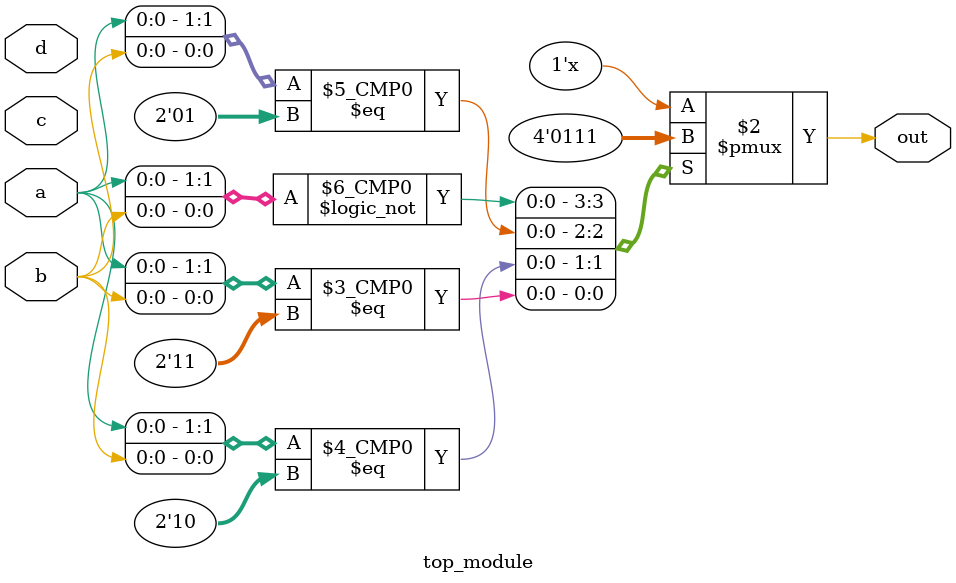
<source format=sv>
module top_module (
    input a,
    input b,
    input c,
    input d,
    output reg out
);

always @(*) begin
    case ({a, b})
        2'b00: out = 1'b0;
        2'b01: out = 1'b1;
        2'b10: out = 1'b1;
        2'b11: out = 1'b1;
    endcase
end

endmodule

</source>
